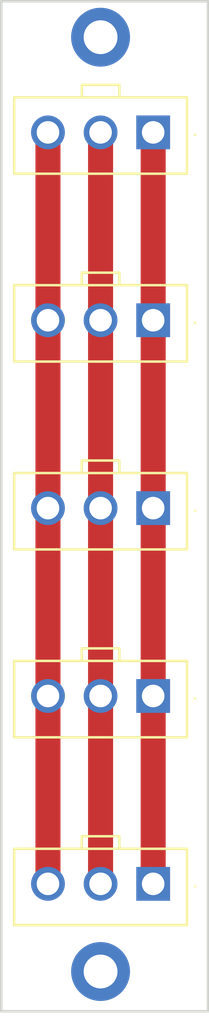
<source format=kicad_pcb>
(kicad_pcb (version 20241229) (generator "pcbnew") (generator_version "9.0")
  (layers (0 "F.Cu" signal) (2 "B.Cu" signal) (13 "F.Paste" user) (15 "B.Paste" user) (5 "F.SilkS" user "F.Silkscreen") (7 "B.SilkS" user "B.Silkscreen") (1 "F.Mask" user) (3 "B.Mask" user) (25 "Edge.Cuts" user))
  (net 0 "")
  (net 3 "Net-(J1-Pad3)")
  (net 4 "Net-(J1-Pad1)")
  (net 5 "Net-(J1-Pad2)")
  (footprint "Molex_MiniFitJr_1x3_PCB:Molex_MiniFitJr_1x3_PCB" (layer "F.Cu") (at 115 120)
    (property "Reference" "J5" (hide yes))
    (property "Value" "43242-0005" (hide yes))
    (fp_line (start -11.1 -2.8) (end -11.1 3.3) (stroke (width 0.2)) (layer "F.SilkS"))
    (fp_line (start -11.1 3.3) (end 2.7 3.3) (stroke (width 0.2)) (layer "F.SilkS"))
    (fp_line (start -5.7 -3.8) (end -5.7 -2.8) (stroke (width 0.2)) (layer "F.SilkS"))
    (fp_line (start -2.7 -3.8) (end -5.7 -3.8) (stroke (width 0.2)) (layer "F.SilkS"))
    (fp_line (start -2.7 -2.8) (end -2.7 -3.8) (stroke (width 0.2)) (layer "F.SilkS"))
    (fp_line (start 2.7 -2.8) (end -11.1 -2.8) (stroke (width 0.2)) (layer "F.SilkS"))
    (fp_line (start 2.7 3.3) (end 2.7 -2.8) (stroke (width 0.2)) (layer "F.SilkS"))
    (fp_line (start 3.3 0.2) (end 3.3 0.2) (stroke (width 0.1)) (layer "F.SilkS"))
    (fp_line (start 3.4 0.2) (end 3.4 0.2) (stroke (width 0.1)) (layer "F.SilkS"))
    (fp_arc (start 3.3 0.2) (mid 3.35 0.15) (end 3.4 0.2) (stroke (width 0.1)) (layer "F.SilkS"))
    (fp_arc (start 3.4 0.2) (mid 3.35 0.25) (end 3.3 0.2) (stroke (width 0.1)) (layer "F.SilkS"))
    (pad "1" thru_hole rect (at 0 0) (size 2.7 2.7) (drill 1.8) (layers "*.Cu" "*.Mask") (net 4 "Net-(J1-Pad1)"))
    (pad "2" thru_hole circle (at -4.2 0) (size 2.7 2.7) (drill 1.8) (layers "*.Cu" "*.Mask") (net 5 "Net-(J1-Pad2)"))
    (pad "3" thru_hole circle (at -8.4 0) (size 2.7 2.7) (drill 1.8) (layers "*.Cu" "*.Mask") (net 3 "Net-(J1-Pad3)"))
  )
  (footprint "Molex_MiniFitJr_1x3_PCB:Molex_MiniFitJr_1x3_PCB" (layer "F.Cu") (at 115 75)
    (property "Reference" "J2" (hide yes))
    (property "Value" "43242-0005" (hide yes))
    (fp_line (start -11.1 -2.8) (end -11.1 3.3) (stroke (width 0.2)) (layer "F.SilkS"))
    (fp_line (start -11.1 3.3) (end 2.7 3.3) (stroke (width 0.2)) (layer "F.SilkS"))
    (fp_line (start -5.7 -3.8) (end -5.7 -2.8) (stroke (width 0.2)) (layer "F.SilkS"))
    (fp_line (start -2.7 -3.8) (end -5.7 -3.8) (stroke (width 0.2)) (layer "F.SilkS"))
    (fp_line (start -2.7 -2.8) (end -2.7 -3.8) (stroke (width 0.2)) (layer "F.SilkS"))
    (fp_line (start 2.7 -2.8) (end -11.1 -2.8) (stroke (width 0.2)) (layer "F.SilkS"))
    (fp_line (start 2.7 3.3) (end 2.7 -2.8) (stroke (width 0.2)) (layer "F.SilkS"))
    (fp_line (start 3.3 0.2) (end 3.3 0.2) (stroke (width 0.1)) (layer "F.SilkS"))
    (fp_line (start 3.4 0.2) (end 3.4 0.2) (stroke (width 0.1)) (layer "F.SilkS"))
    (fp_arc (start 3.3 0.2) (mid 3.35 0.15) (end 3.4 0.2) (stroke (width 0.1)) (layer "F.SilkS"))
    (fp_arc (start 3.4 0.2) (mid 3.35 0.25) (end 3.3 0.2) (stroke (width 0.1)) (layer "F.SilkS"))
    (pad "1" thru_hole rect (at 0 0) (size 2.7 2.7) (drill 1.8) (layers "*.Cu" "*.Mask") (net 4 "Net-(J1-Pad1)"))
    (pad "2" thru_hole circle (at -4.2 0) (size 2.7 2.7) (drill 1.8) (layers "*.Cu" "*.Mask") (net 5 "Net-(J1-Pad2)"))
    (pad "3" thru_hole circle (at -8.4 0) (size 2.7 2.7) (drill 1.8) (layers "*.Cu" "*.Mask") (net 3 "Net-(J1-Pad3)"))
  )
  (footprint "Molex_MiniFitJr_1x3_PCB:Molex_MiniFitJr_1x3_PCB" (layer "F.Cu") (at 115 90)
    (property "Reference" "J3" (hide yes))
    (property "Value" "43242-0005" (hide yes))
    (fp_line (start -11.1 -2.8) (end -11.1 3.3) (stroke (width 0.2)) (layer "F.SilkS"))
    (fp_line (start -11.1 3.3) (end 2.7 3.3) (stroke (width 0.2)) (layer "F.SilkS"))
    (fp_line (start -5.7 -3.8) (end -5.7 -2.8) (stroke (width 0.2)) (layer "F.SilkS"))
    (fp_line (start -2.7 -3.8) (end -5.7 -3.8) (stroke (width 0.2)) (layer "F.SilkS"))
    (fp_line (start -2.7 -2.8) (end -2.7 -3.8) (stroke (width 0.2)) (layer "F.SilkS"))
    (fp_line (start 2.7 -2.8) (end -11.1 -2.8) (stroke (width 0.2)) (layer "F.SilkS"))
    (fp_line (start 2.7 3.3) (end 2.7 -2.8) (stroke (width 0.2)) (layer "F.SilkS"))
    (fp_line (start 3.3 0.2) (end 3.3 0.2) (stroke (width 0.1)) (layer "F.SilkS"))
    (fp_line (start 3.4 0.2) (end 3.4 0.2) (stroke (width 0.1)) (layer "F.SilkS"))
    (fp_arc (start 3.3 0.2) (mid 3.35 0.15) (end 3.4 0.2) (stroke (width 0.1)) (layer "F.SilkS"))
    (fp_arc (start 3.4 0.2) (mid 3.35 0.25) (end 3.3 0.2) (stroke (width 0.1)) (layer "F.SilkS"))
    (pad "1" thru_hole rect (at 0 0) (size 2.7 2.7) (drill 1.8) (layers "*.Cu" "*.Mask") (net 4 "Net-(J1-Pad1)"))
    (pad "2" thru_hole circle (at -4.2 0) (size 2.7 2.7) (drill 1.8) (layers "*.Cu" "*.Mask") (net 5 "Net-(J1-Pad2)"))
    (pad "3" thru_hole circle (at -8.4 0) (size 2.7 2.7) (drill 1.8) (layers "*.Cu" "*.Mask") (net 3 "Net-(J1-Pad3)"))
  )
  (footprint "MountingHole:MountingHole_2.7mm_M2.5_DIN965_Pad" (layer "F.Cu") (at 110.8 52.4)
    (property "Reference" "H1" (hide yes))
    (property "Value" "MountingHole_Pad")
    (pad "1" thru_hole circle (at 0 0) (size 4.7 4.7) (drill 2.7) (layers "*.Cu" "*.Mask"))
  )
  (footprint "Molex_MiniFitJr_1x3_PCB:Molex_MiniFitJr_1x3_PCB" (layer "F.Cu") (at 115 60)
    (property "Reference" "J1" (hide yes))
    (property "Value" "43242-0005" (hide yes))
    (fp_line (start -11.1 -2.8) (end -11.1 3.3) (stroke (width 0.2)) (layer "F.SilkS"))
    (fp_line (start -11.1 3.3) (end 2.7 3.3) (stroke (width 0.2)) (layer "F.SilkS"))
    (fp_line (start -5.7 -3.8) (end -5.7 -2.8) (stroke (width 0.2)) (layer "F.SilkS"))
    (fp_line (start -2.7 -3.8) (end -5.7 -3.8) (stroke (width 0.2)) (layer "F.SilkS"))
    (fp_line (start -2.7 -2.8) (end -2.7 -3.8) (stroke (width 0.2)) (layer "F.SilkS"))
    (fp_line (start 2.7 -2.8) (end -11.1 -2.8) (stroke (width 0.2)) (layer "F.SilkS"))
    (fp_line (start 2.7 3.3) (end 2.7 -2.8) (stroke (width 0.2)) (layer "F.SilkS"))
    (fp_line (start 3.3 0.2) (end 3.3 0.2) (stroke (width 0.1)) (layer "F.SilkS"))
    (fp_line (start 3.4 0.2) (end 3.4 0.2) (stroke (width 0.1)) (layer "F.SilkS"))
    (fp_arc (start 3.3 0.2) (mid 3.35 0.15) (end 3.4 0.2) (stroke (width 0.1)) (layer "F.SilkS"))
    (fp_arc (start 3.4 0.2) (mid 3.35 0.25) (end 3.3 0.2) (stroke (width 0.1)) (layer "F.SilkS"))
    (pad "1" thru_hole rect (at 0 0) (size 2.7 2.7) (drill 1.8) (layers "*.Cu" "*.Mask") (net 4 "Net-(J1-Pad1)"))
    (pad "2" thru_hole circle (at -4.2 0) (size 2.7 2.7) (drill 1.8) (layers "*.Cu" "*.Mask") (net 5 "Net-(J1-Pad2)"))
    (pad "3" thru_hole circle (at -8.4 0) (size 2.7 2.7) (drill 1.8) (layers "*.Cu" "*.Mask") (net 3 "Net-(J1-Pad3)"))
  )
  (footprint "Molex_MiniFitJr_1x3_PCB:Molex_MiniFitJr_1x3_PCB" (layer "F.Cu") (at 115 105)
    (property "Reference" "J4" (hide yes))
    (property "Value" "43242-0005" (hide yes))
    (fp_line (start -11.1 -2.8) (end -11.1 3.3) (stroke (width 0.2)) (layer "F.SilkS"))
    (fp_line (start -11.1 3.3) (end 2.7 3.3) (stroke (width 0.2)) (layer "F.SilkS"))
    (fp_line (start -5.7 -3.8) (end -5.7 -2.8) (stroke (width 0.2)) (layer "F.SilkS"))
    (fp_line (start -2.7 -3.8) (end -5.7 -3.8) (stroke (width 0.2)) (layer "F.SilkS"))
    (fp_line (start -2.7 -2.8) (end -2.7 -3.8) (stroke (width 0.2)) (layer "F.SilkS"))
    (fp_line (start 2.7 -2.8) (end -11.1 -2.8) (stroke (width 0.2)) (layer "F.SilkS"))
    (fp_line (start 2.7 3.3) (end 2.7 -2.8) (stroke (width 0.2)) (layer "F.SilkS"))
    (fp_line (start 3.3 0.2) (end 3.3 0.2) (stroke (width 0.1)) (layer "F.SilkS"))
    (fp_line (start 3.4 0.2) (end 3.4 0.2) (stroke (width 0.1)) (layer "F.SilkS"))
    (fp_arc (start 3.3 0.2) (mid 3.35 0.15) (end 3.4 0.2) (stroke (width 0.1)) (layer "F.SilkS"))
    (fp_arc (start 3.4 0.2) (mid 3.35 0.25) (end 3.3 0.2) (stroke (width 0.1)) (layer "F.SilkS"))
    (pad "1" thru_hole rect (at 0 0) (size 2.7 2.7) (drill 1.8) (layers "*.Cu" "*.Mask") (net 4 "Net-(J1-Pad1)"))
    (pad "2" thru_hole circle (at -4.2 0) (size 2.7 2.7) (drill 1.8) (layers "*.Cu" "*.Mask") (net 5 "Net-(J1-Pad2)"))
    (pad "3" thru_hole circle (at -8.4 0) (size 2.7 2.7) (drill 1.8) (layers "*.Cu" "*.Mask") (net 3 "Net-(J1-Pad3)"))
  )
  (footprint "MountingHole:MountingHole_2.7mm_M2.5_DIN965_Pad" (layer "F.Cu") (at 110.8 127)
    (property "Reference" "H3" (hide yes))
    (property "Value" "MountingHole_Pad")
    (pad "1" thru_hole circle (at 0 0) (size 4.7 4.7) (drill 2.7) (layers "*.Cu" "*.Mask"))
  )
  (gr_line (start 102.87 49.53) (end 102.87 130.175) (stroke (width 0.2)) (layer "Edge.Cuts"))
  (gr_line (start 119.38 49.53) (end 110.8 49.53) (stroke (width 0.2)) (layer "Edge.Cuts"))
  (gr_line (start 102.87 130.175) (end 119.38 130.175) (stroke (width 0.2)) (layer "Edge.Cuts"))
  (gr_line (start 110.8 49.53) (end 102.87 49.53) (stroke (width 0.2)) (layer "Edge.Cuts"))
  (gr_line (start 119.38 130.175) (end 119.38 49.53) (stroke (width 0.2)) (layer "Edge.Cuts"))
  (segment (start 106.6 60) (end 106.6 120) (width 2) (layer "F.Cu") (net 3))
  (segment (start 115 60) (end 115 120) (width 2) (layer "F.Cu") (net 4))
  (segment (start 110.8 60) (end 110.8 120) (width 2) (layer "F.Cu") (net 5))
)
</source>
